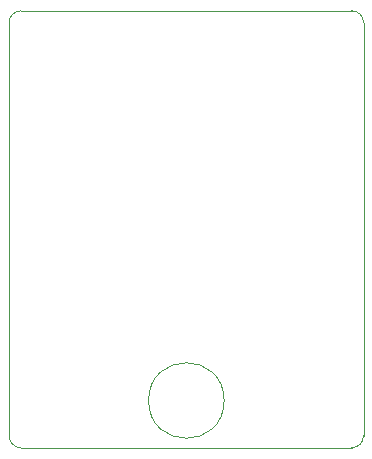
<source format=gbr>
%TF.GenerationSoftware,KiCad,Pcbnew,9.0.2*%
%TF.CreationDate,2025-07-07T17:27:58-04:00*%
%TF.ProjectId,Cain_V1.0,4361696e-5f56-4312-9e30-2e6b69636164,rev?*%
%TF.SameCoordinates,Original*%
%TF.FileFunction,Profile,NP*%
%FSLAX46Y46*%
G04 Gerber Fmt 4.6, Leading zero omitted, Abs format (unit mm)*
G04 Created by KiCad (PCBNEW 9.0.2) date 2025-07-07 17:27:58*
%MOMM*%
%LPD*%
G01*
G04 APERTURE LIST*
%TA.AperFunction,Profile*%
%ADD10C,0.050000*%
%TD*%
G04 APERTURE END LIST*
D10*
X139000000Y-81000000D02*
X167000000Y-81000000D01*
X138000000Y-82000000D02*
X138000000Y-117000000D01*
X168000000Y-82000000D02*
X168000000Y-117000000D01*
X168000000Y-117000000D02*
G75*
G02*
X167000000Y-118000000I-1000000J0D01*
G01*
X139000000Y-118000000D02*
X167000000Y-118000000D01*
X138000000Y-82000000D02*
G75*
G02*
X139000000Y-81000000I1000000J0D01*
G01*
X167000000Y-81000000D02*
G75*
G02*
X168000000Y-82000000I0J-1000000D01*
G01*
X139000000Y-118000000D02*
G75*
G02*
X138000000Y-117000000I0J1000000D01*
G01*
%TO.C,U3*%
X156200000Y-114000000D02*
G75*
G02*
X149800000Y-114000000I-3200000J0D01*
G01*
X149800000Y-114000000D02*
G75*
G02*
X156200000Y-114000000I3200000J0D01*
G01*
%TD*%
M02*

</source>
